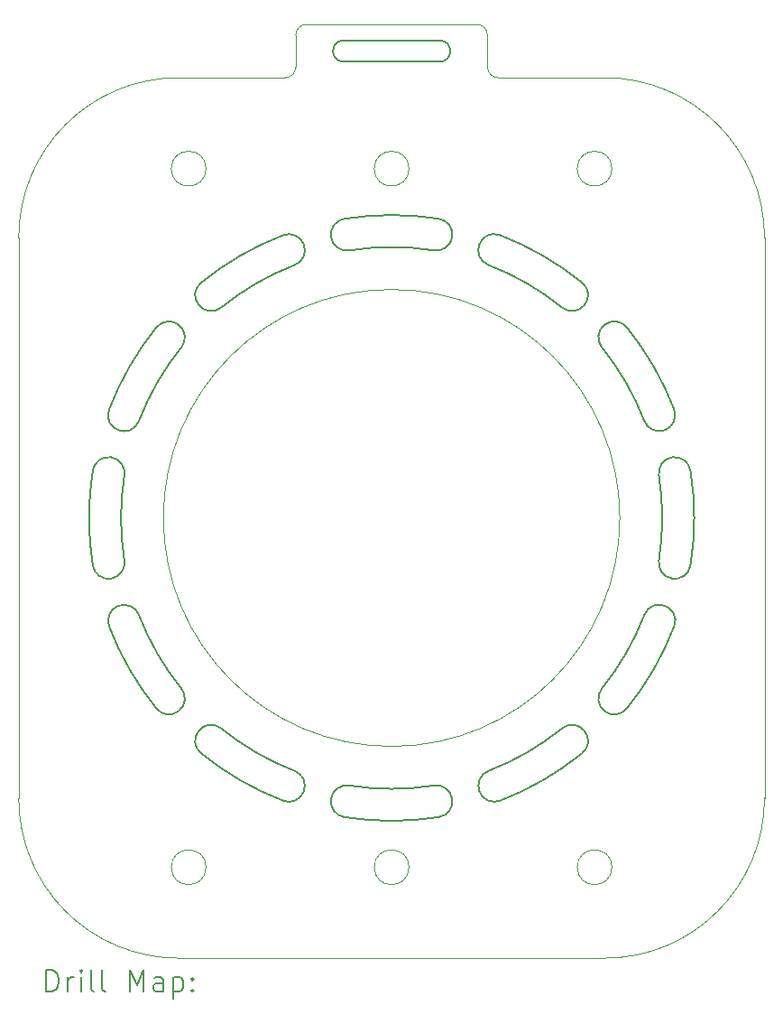
<source format=gbr>
%TF.GenerationSoftware,KiCad,Pcbnew,7.0.6*%
%TF.CreationDate,2024-02-05T15:03:14-06:00*%
%TF.ProjectId,BottomProbeCard,426f7474-6f6d-4507-926f-626543617264,rev?*%
%TF.SameCoordinates,Original*%
%TF.FileFunction,Drillmap*%
%TF.FilePolarity,Positive*%
%FSLAX45Y45*%
G04 Gerber Fmt 4.5, Leading zero omitted, Abs format (unit mm)*
G04 Created by KiCad (PCBNEW 7.0.6) date 2024-02-05 15:03:14*
%MOMM*%
%LPD*%
G01*
G04 APERTURE LIST*
%ADD10C,0.150000*%
%ADD11C,0.100000*%
%ADD12C,0.200000*%
%ADD13C,0.010000*%
G04 APERTURE END LIST*
D10*
X5292906Y-9787271D02*
G75*
G03*
X5526050Y-9598475I116573J94397D01*
G01*
D11*
X6600000Y-3772499D02*
X6600000Y-3472499D01*
D10*
X9707094Y-6212729D02*
G75*
G03*
X9473950Y-6401525I-116573J-94397D01*
G01*
D12*
X7950000Y-3722501D02*
G75*
G03*
X7950000Y-3522499I0J100001D01*
G01*
D10*
X9098473Y-6026048D02*
G75*
G03*
X9287269Y-5792905I94397J116572D01*
G01*
D12*
X7050000Y-3522501D02*
G75*
G03*
X7050000Y-3722499I0J-99999D01*
G01*
D10*
X4694969Y-8444275D02*
G75*
G03*
X4991271Y-8397345I148152J23465D01*
G01*
X6482236Y-10651370D02*
G75*
G03*
X6589746Y-10371295I53757J140037D01*
G01*
D13*
X5500000Y-12127499D02*
X9500000Y-12127499D01*
D10*
X9287269Y-5792904D02*
G75*
G03*
X8517764Y-5348631I-1787269J-2207096D01*
G01*
X5901527Y-9973952D02*
G75*
G03*
X5712731Y-10207095I-94397J-116572D01*
G01*
X5128708Y-8910255D02*
G75*
G03*
X4848632Y-9017766I-140038J-53755D01*
G01*
X6589744Y-5628706D02*
G75*
G03*
X5901525Y-6026050I910256J-2371294D01*
G01*
X5901528Y-9973951D02*
G75*
G03*
X6589746Y-10371295I1598472J1973941D01*
G01*
X9098472Y-6026049D02*
G75*
G03*
X8410254Y-5628705I-1598472J-1973941D01*
G01*
D13*
X4000001Y-10627499D02*
G75*
G03*
X5500000Y-12127499I1499999J-1D01*
G01*
D10*
X5526050Y-6401528D02*
G75*
G03*
X5128705Y-7089746I1973940J-1598472D01*
G01*
X10305032Y-7555725D02*
G75*
G03*
X10008729Y-7602655I-148152J-23465D01*
G01*
D13*
X9500000Y-12127499D02*
G75*
G03*
X11000000Y-10627499I0J1500000D01*
G01*
X5500000Y-3872499D02*
G75*
G03*
X4000000Y-5372499I0J-1500000D01*
G01*
D10*
X7102658Y-10508726D02*
G75*
G03*
X7055727Y-10805035I-23468J-148154D01*
G01*
X4848634Y-6982237D02*
G75*
G03*
X5128705Y-7089746I140036J-53753D01*
G01*
X7055727Y-10805035D02*
G75*
G03*
X7944275Y-10805035I444274J2805036D01*
G01*
X5526053Y-6401531D02*
G75*
G03*
X5292905Y-6212731I-116573J94401D01*
G01*
X7102658Y-10508728D02*
G75*
G03*
X7897345Y-10508728I397344J2508729D01*
G01*
X6482234Y-5348632D02*
G75*
G03*
X5712729Y-5792906I1017766J-2651368D01*
G01*
D13*
X9642000Y-7999999D02*
G75*
G03*
X9642000Y-7999999I-2142000J0D01*
G01*
X9568195Y-4724999D02*
G75*
G03*
X9568195Y-4724999I-163195J0D01*
G01*
D10*
X7055725Y-5194969D02*
G75*
G03*
X7102655Y-5491271I23465J-148152D01*
G01*
D11*
X6500000Y-3872500D02*
G75*
G03*
X6600000Y-3772499I0J100000D01*
G01*
D13*
X4000000Y-5372499D02*
X4000000Y-10627499D01*
D10*
X9707096Y-9787269D02*
G75*
G03*
X10151369Y-9017764I-2207096J1787269D01*
G01*
X5292905Y-6212731D02*
G75*
G03*
X4848631Y-6982236I2207095J-1787269D01*
G01*
D12*
X7950000Y-3722499D02*
X7050000Y-3722499D01*
D10*
X7897342Y-5491272D02*
G75*
G03*
X7102655Y-5491272I-397344J-2508729D01*
G01*
D11*
X6700000Y-3372499D02*
X8300000Y-3372499D01*
D10*
X4991274Y-7602658D02*
G75*
G03*
X4694965Y-7555727I-148154J23468D01*
G01*
X7897342Y-5491274D02*
G75*
G03*
X7944273Y-5194965I23468J148154D01*
G01*
X5128706Y-8910256D02*
G75*
G03*
X5526050Y-9598475I2371294J910256D01*
G01*
X10008726Y-8397342D02*
G75*
G03*
X10305035Y-8444273I148154J-23468D01*
G01*
X9287267Y-10207089D02*
G75*
G03*
X9098475Y-9973950I-94397J116569D01*
G01*
X10151366Y-9017763D02*
G75*
G03*
X9871295Y-8910254I-140036J53753D01*
G01*
D11*
X6500000Y-3872499D02*
X5500000Y-3872499D01*
D10*
X9473947Y-9598469D02*
G75*
G03*
X9707095Y-9787269I116573J-94401D01*
G01*
D11*
X8400000Y-3472499D02*
X8400000Y-3772499D01*
D10*
X4694965Y-7555727D02*
G75*
G03*
X4694965Y-8444275I2805036J-444274D01*
G01*
D13*
X7663195Y-4724999D02*
G75*
G03*
X7663195Y-4724999I-163195J0D01*
G01*
D11*
X8400001Y-3772499D02*
G75*
G03*
X8500000Y-3872499I99999J-1D01*
G01*
D13*
X5758195Y-11274999D02*
G75*
G03*
X5758195Y-11274999I-163195J0D01*
G01*
D12*
X7050000Y-3522499D02*
X7950000Y-3522499D01*
D10*
X10305035Y-8444273D02*
G75*
G03*
X10305035Y-7555725I-2805036J444274D01*
G01*
X8517766Y-10651368D02*
G75*
G03*
X9287271Y-10207094I-1017766J2651368D01*
G01*
X10008729Y-8397342D02*
G75*
G03*
X10008728Y-7602655I-2508730J397343D01*
G01*
D13*
X11000000Y-10627499D02*
X11000000Y-5372499D01*
X5758195Y-4724999D02*
G75*
G03*
X5758195Y-4724999I-163195J0D01*
G01*
D11*
X8400001Y-3472499D02*
G75*
G03*
X8300000Y-3372499I-100001J-1D01*
G01*
D10*
X4848632Y-9017766D02*
G75*
G03*
X5292906Y-9787271I2651368J1017766D01*
G01*
X8517763Y-5348634D02*
G75*
G03*
X8410254Y-5628705I-53753J-140036D01*
G01*
X10151368Y-6982234D02*
G75*
G03*
X9707094Y-6212729I-2651368J-1017766D01*
G01*
X6589745Y-5628708D02*
G75*
G03*
X6482234Y-5348632I-53755J140038D01*
G01*
D13*
X11000001Y-5372499D02*
G75*
G03*
X9500000Y-3872499I-1500001J-1D01*
G01*
D10*
X5712731Y-10207096D02*
G75*
G03*
X6482236Y-10651369I1787269J2207096D01*
G01*
X5712733Y-5792911D02*
G75*
G03*
X5901525Y-6026050I94397J-116569D01*
G01*
X7944275Y-10805032D02*
G75*
G03*
X7897345Y-10508729I-23465J148152D01*
G01*
X4991272Y-7602658D02*
G75*
G03*
X4991272Y-8397345I2508729J-397343D01*
G01*
D13*
X9568195Y-11274999D02*
G75*
G03*
X9568195Y-11274999I-163195J0D01*
G01*
D11*
X6700000Y-3372500D02*
G75*
G03*
X6600000Y-3472499I0J-100000D01*
G01*
D10*
X9473951Y-9598472D02*
G75*
G03*
X9871295Y-8910254I-1973941J1598472D01*
G01*
D13*
X7663195Y-11274999D02*
G75*
G03*
X7663195Y-11274999I-163195J0D01*
G01*
D10*
X8410255Y-10371292D02*
G75*
G03*
X8517766Y-10651368I53755J-140038D01*
G01*
D11*
X8500000Y-3872499D02*
X9500000Y-3872499D01*
D10*
X7944273Y-5194965D02*
G75*
G03*
X7055725Y-5194965I-444274J-2805036D01*
G01*
X8410256Y-10371294D02*
G75*
G03*
X9098475Y-9973950I-910256J2371294D01*
G01*
X9871294Y-7089744D02*
G75*
G03*
X9473950Y-6401525I-2371294J-910256D01*
G01*
X9871292Y-7089745D02*
G75*
G03*
X10151368Y-6982234I140038J53755D01*
G01*
D12*
X4260277Y-12439482D02*
X4260277Y-12239482D01*
X4260277Y-12239482D02*
X4307896Y-12239482D01*
X4307896Y-12239482D02*
X4336467Y-12249006D01*
X4336467Y-12249006D02*
X4355515Y-12268054D01*
X4355515Y-12268054D02*
X4365039Y-12287101D01*
X4365039Y-12287101D02*
X4374563Y-12325197D01*
X4374563Y-12325197D02*
X4374563Y-12353768D01*
X4374563Y-12353768D02*
X4365039Y-12391863D01*
X4365039Y-12391863D02*
X4355515Y-12410911D01*
X4355515Y-12410911D02*
X4336467Y-12429959D01*
X4336467Y-12429959D02*
X4307896Y-12439482D01*
X4307896Y-12439482D02*
X4260277Y-12439482D01*
X4460277Y-12439482D02*
X4460277Y-12306149D01*
X4460277Y-12344244D02*
X4469801Y-12325197D01*
X4469801Y-12325197D02*
X4479324Y-12315673D01*
X4479324Y-12315673D02*
X4498372Y-12306149D01*
X4498372Y-12306149D02*
X4517420Y-12306149D01*
X4584086Y-12439482D02*
X4584086Y-12306149D01*
X4584086Y-12239482D02*
X4574563Y-12249006D01*
X4574563Y-12249006D02*
X4584086Y-12258530D01*
X4584086Y-12258530D02*
X4593610Y-12249006D01*
X4593610Y-12249006D02*
X4584086Y-12239482D01*
X4584086Y-12239482D02*
X4584086Y-12258530D01*
X4707896Y-12439482D02*
X4688848Y-12429959D01*
X4688848Y-12429959D02*
X4679324Y-12410911D01*
X4679324Y-12410911D02*
X4679324Y-12239482D01*
X4812658Y-12439482D02*
X4793610Y-12429959D01*
X4793610Y-12429959D02*
X4784086Y-12410911D01*
X4784086Y-12410911D02*
X4784086Y-12239482D01*
X5041229Y-12439482D02*
X5041229Y-12239482D01*
X5041229Y-12239482D02*
X5107896Y-12382340D01*
X5107896Y-12382340D02*
X5174563Y-12239482D01*
X5174563Y-12239482D02*
X5174563Y-12439482D01*
X5355515Y-12439482D02*
X5355515Y-12334721D01*
X5355515Y-12334721D02*
X5345991Y-12315673D01*
X5345991Y-12315673D02*
X5326944Y-12306149D01*
X5326944Y-12306149D02*
X5288848Y-12306149D01*
X5288848Y-12306149D02*
X5269801Y-12315673D01*
X5355515Y-12429959D02*
X5336467Y-12439482D01*
X5336467Y-12439482D02*
X5288848Y-12439482D01*
X5288848Y-12439482D02*
X5269801Y-12429959D01*
X5269801Y-12429959D02*
X5260277Y-12410911D01*
X5260277Y-12410911D02*
X5260277Y-12391863D01*
X5260277Y-12391863D02*
X5269801Y-12372816D01*
X5269801Y-12372816D02*
X5288848Y-12363292D01*
X5288848Y-12363292D02*
X5336467Y-12363292D01*
X5336467Y-12363292D02*
X5355515Y-12353768D01*
X5450753Y-12306149D02*
X5450753Y-12506149D01*
X5450753Y-12315673D02*
X5469801Y-12306149D01*
X5469801Y-12306149D02*
X5507896Y-12306149D01*
X5507896Y-12306149D02*
X5526944Y-12315673D01*
X5526944Y-12315673D02*
X5536467Y-12325197D01*
X5536467Y-12325197D02*
X5545991Y-12344244D01*
X5545991Y-12344244D02*
X5545991Y-12401387D01*
X5545991Y-12401387D02*
X5536467Y-12420435D01*
X5536467Y-12420435D02*
X5526944Y-12429959D01*
X5526944Y-12429959D02*
X5507896Y-12439482D01*
X5507896Y-12439482D02*
X5469801Y-12439482D01*
X5469801Y-12439482D02*
X5450753Y-12429959D01*
X5631705Y-12420435D02*
X5641229Y-12429959D01*
X5641229Y-12429959D02*
X5631705Y-12439482D01*
X5631705Y-12439482D02*
X5622182Y-12429959D01*
X5622182Y-12429959D02*
X5631705Y-12420435D01*
X5631705Y-12420435D02*
X5631705Y-12439482D01*
X5631705Y-12315673D02*
X5641229Y-12325197D01*
X5641229Y-12325197D02*
X5631705Y-12334721D01*
X5631705Y-12334721D02*
X5622182Y-12325197D01*
X5622182Y-12325197D02*
X5631705Y-12315673D01*
X5631705Y-12315673D02*
X5631705Y-12334721D01*
M02*

</source>
